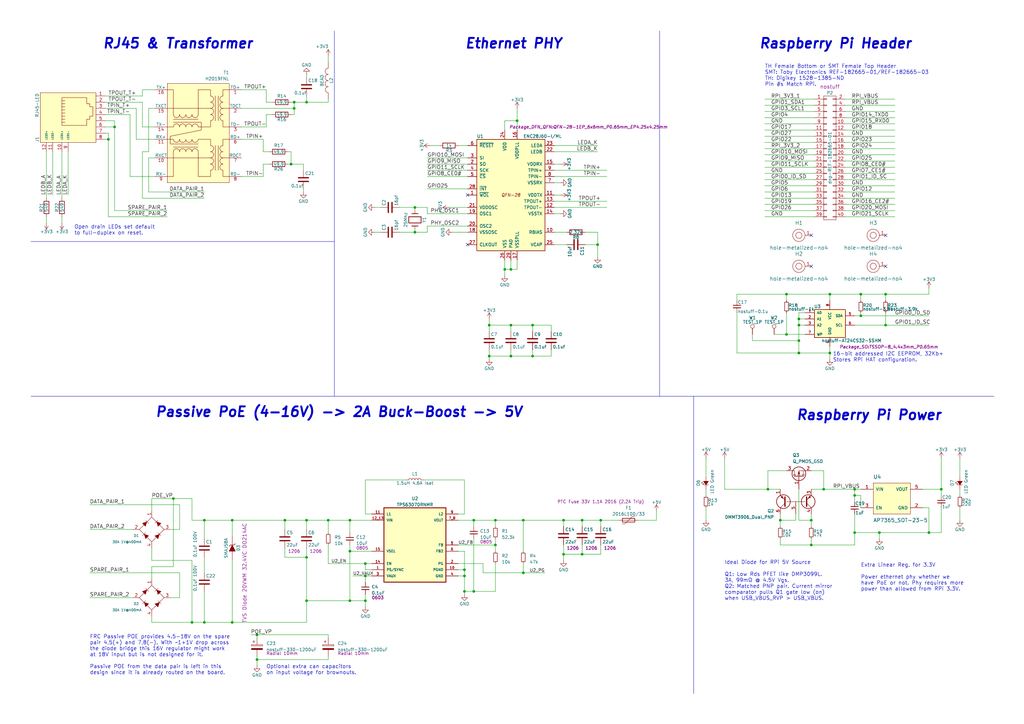
<source format=kicad_sch>
(kicad_sch (version 20230121) (generator eeschema)
  (paper "A3")
  (title_block (title "Raspberry Pi - Power Over Ethernet & PHY") (date "2016-02-02") (rev "0.1d") (company "OpenFet") (comment 1 "Author: Julien Marcus") (comment 2 "License: CERN OHL V1.2"))
  (junction (at 332.74 223.52))
  (junction (at 231.14 227.33))
  (junction (at 125.73 228.6))
  (junction (at 209.55 133.35))
  (junction (at 203.2 223.52))
  (junction (at 231.14 213.36))
  (junction (at 120.65 41.91))
  (junction (at 149.86 231.14))
  (junction (at 119.38 67.31))
  (junction (at 190.5 242.57))
  (junction (at 125.73 41.91))
  (junction (at 386.08 200.66))
  (junction (at 327.66 144.78))
  (junction (at 194.31 242.57))
  (junction (at 149.86 246.38))
  (junction (at 218.44 146.05))
  (junction (at 322.58 137.16))
  (junction (at 363.22 133.35))
  (junction (at 83.82 213.36))
  (junction (at 360.68 218.44))
  (junction (at 209.55 110.49))
  (junction (at 350.52 218.44))
  (junction (at 214.63 234.95))
  (junction (at 214.63 213.36))
  (junction (at 353.06 120.65))
  (junction (at 322.58 120.65))
  (junction (at 71.12 204.47))
  (junction (at 209.55 146.05))
  (junction (at 190.5 233.68))
  (junction (at 212.09 49.53))
  (junction (at 200.66 133.35))
  (junction (at 83.82 255.27))
  (junction (at 170.18 95.25))
  (junction (at 95.25 255.27))
  (junction (at 143.51 246.38))
  (junction (at 46.99 52.07))
  (junction (at 190.5 236.22))
  (junction (at 353.06 129.54))
  (junction (at 320.04 213.36))
  (junction (at 327.66 130.81))
  (junction (at 246.38 213.36))
  (junction (at 194.31 213.36))
  (junction (at 200.66 146.05))
  (junction (at 218.44 133.35))
  (junction (at 134.62 213.36))
  (junction (at 95.25 213.36))
  (junction (at 245.11 100.33))
  (junction (at 120.65 44.45))
  (junction (at 78.74 255.27))
  (junction (at 363.22 120.65))
  (junction (at 105.41 260.35))
  (junction (at 327.66 133.35))
  (junction (at 105.41 270.51))
  (junction (at 350.52 203.2))
  (junction (at 203.2 213.36))
  (junction (at 125.73 246.38))
  (junction (at 143.51 213.36))
  (junction (at 340.36 120.65))
  (junction (at 337.82 200.66))
  (junction (at 340.36 144.78))
  (junction (at 238.76 227.33))
  (junction (at 350.52 200.66))
  (junction (at 238.76 213.36))
  (junction (at 327.66 139.7))
  (junction (at 125.73 213.36))
  (junction (at 314.96 200.66))
  (junction (at 116.84 213.36))
  (junction (at 332.74 213.36))
  (junction (at 143.51 226.06))
  (junction (at 381 218.44))
  (junction (at 170.18 85.09))
  (junction (at 149.86 236.22))
  (junction (at 207.01 110.49))
  (junction (at 44.45 57.15))
  (no_connect (at 332.74 96.52))
  (no_connect (at 363.22 109.22))
  (no_connect (at 191.77 100.33))
  (no_connect (at 191.77 80.01))
  (no_connect (at 332.74 109.22))
  (no_connect (at 363.22 96.52))
  (wire (pts (xy 218.44 133.35) (xy 218.44 135.89)))
  (wire (pts (xy 134.62 213.36) (xy 143.51 213.36)))
  (wire (pts (xy 170.18 95.25) (xy 175.26 95.25)))
  (wire (pts (xy 63.5 36.83) (xy 58.42 36.83)))
  (wire (pts (xy 314.96 193.04) (xy 314.96 200.66)))
  (wire (pts (xy 170.18 93.98) (xy 170.18 95.25)))
  (wire (pts (xy 340.36 123.19) (xy 340.36 120.65)))
  (wire (pts (xy 95.25 213.36) (xy 116.84 213.36)))
  (wire (pts (xy 209.55 146.05) (xy 218.44 146.05)))
  (wire (pts (xy 203.2 223.52) (xy 203.2 226.06)))
  (wire (pts (xy 190.5 236.22) (xy 187.96 236.22)))
  (wire (pts (xy 238.76 227.33) (xy 246.38 227.33)))
  (wire (pts (xy 289.56 187.96) (xy 289.56 195.58)))
  (wire (pts (xy 209.55 110.49) (xy 212.09 110.49)))
  (wire (pts (xy 21.59 62.23) (xy 21.59 80.01)))
  (wire (pts (xy 330.2 128.27) (xy 327.66 128.27)))
  (wire (pts (xy 203.2 213.36) (xy 203.2 215.9)))
  (wire (pts (xy 322.58 137.16) (xy 330.2 137.16)))
  (wire (pts (xy 346.71 58.42) (xy 367.03 58.42)))
  (wire (pts (xy 143.51 226.06) (xy 152.4 226.06)))
  (wire (pts (xy 346.71 48.26) (xy 367.03 48.26)))
  (wire (pts (xy 330.2 130.81) (xy 327.66 130.81)))
  (wire (pts (xy 62.23 229.87) (xy 78.74 229.87)))
  (wire (pts (xy 212.09 49.53) (xy 212.09 53.34)))
  (wire (pts (xy 58.42 81.28) (xy 58.42 62.23)))
  (wire (pts (xy 105.41 270.51) (xy 134.62 270.51)))
  (wire (pts (xy 44.45 54.61) (xy 43.18 54.61)))
  (wire (pts (xy 227.33 69.85) (xy 248.92 69.85)))
  (wire (pts (xy 198.12 231.14) (xy 198.12 234.95)))
  (wire (pts (xy 175.26 87.63) (xy 175.26 85.09)))
  (wire (pts (xy 313.69 55.88) (xy 334.01 55.88)))
  (wire (pts (xy 212.09 110.49) (xy 212.09 106.68)))
  (wire (pts (xy 313.69 50.8) (xy 334.01 50.8)))
  (wire (pts (xy 313.69 53.34) (xy 334.01 53.34)))
  (wire (pts (xy 62.23 204.47) (xy 62.23 209.55)))
  (wire (pts (xy 289.56 213.36) (xy 289.56 208.28)))
  (wire (pts (xy 124.46 77.47) (xy 124.46 78.74)))
  (wire (pts (xy 363.22 133.35) (xy 381 133.35)))
  (wire (pts (xy 46.99 52.07) (xy 46.99 86.36)))
  (wire (pts (xy 322.58 137.16) (xy 322.58 128.27)))
  (wire (pts (xy 163.83 95.25) (xy 170.18 95.25)))
  (wire (pts (xy 327.66 144.78) (xy 340.36 144.78)))
  (wire (pts (xy 116.84 228.6) (xy 125.73 228.6)))
  (wire (pts (xy 231.14 213.36) (xy 231.14 215.9)))
  (wire (pts (xy 190.5 226.06) (xy 187.96 226.06)))
  (wire (pts (xy 194.31 213.36) (xy 194.31 215.9)))
  (wire (pts (xy 134.62 223.52) (xy 134.62 231.14)))
  (wire (pts (xy 313.69 83.82) (xy 334.01 83.82)))
  (wire (pts (xy 350.52 200.66) (xy 353.06 200.66)))
  (wire (pts (xy 231.14 227.33) (xy 238.76 227.33)))
  (wire (pts (xy 107.95 67.31) (xy 110.49 67.31)))
  (wire (pts (xy 227.33 67.31) (xy 229.87 67.31)))
  (wire (pts (xy 308.61 139.7) (xy 327.66 139.7)))
  (wire (pts (xy 187.96 213.36) (xy 194.31 213.36)))
  (wire (pts (xy 125.73 246.38) (xy 125.73 255.27)))
  (wire (pts (xy 99.06 57.15) (xy 107.95 57.15)))
  (wire (pts (xy 152.4 210.82) (xy 149.86 210.82)))
  (wire (pts (xy 191.77 64.77) (xy 175.26 64.77)))
  (wire (pts (xy 218.44 146.05) (xy 226.06 146.05)))
  (wire (pts (xy 320.04 213.36) (xy 326.39 213.36)))
  (wire (pts (xy 54.61 217.17) (xy 36.83 217.17)))
  (wire (pts (xy 227.33 74.93) (xy 229.87 74.93)))
  (wire (pts (xy 203.2 213.36) (xy 214.63 213.36)))
  (wire (pts (xy 313.69 81.28) (xy 334.01 81.28)))
  (wire (pts (xy 313.69 48.26) (xy 334.01 48.26)))
  (wire (pts (xy 175.26 92.71) (xy 191.77 92.71)))
  (wire (pts (xy 194.31 242.57) (xy 203.2 242.57)))
  (wire (pts (xy 125.73 228.6) (xy 125.73 246.38)))
  (wire (pts (xy 144.78 236.22) (xy 149.86 236.22)))
  (wire (pts (xy 200.66 130.81) (xy 200.66 133.35)))
  (wire (pts (xy 27.94 62.23) (xy 27.94 80.01)))
  (wire (pts (xy 227.33 95.25) (xy 232.41 95.25)))
  (wire (pts (xy 214.63 213.36) (xy 231.14 213.36)))
  (wire (pts (xy 313.69 63.5) (xy 334.01 63.5)))
  (wire (pts (xy 238.76 223.52) (xy 238.76 227.33)))
  (wire (pts (xy 320.04 220.98) (xy 320.04 223.52)))
  (wire (pts (xy 378.46 208.28) (xy 381 208.28)))
  (wire (pts (xy 83.82 242.57) (xy 83.82 255.27)))
  (wire (pts (xy 227.33 85.09) (xy 248.92 85.09)))
  (wire (pts (xy 346.71 50.8) (xy 367.03 50.8)))
  (wire (pts (xy 334.01 40.64) (xy 313.69 40.64)))
  (wire (pts (xy 308.61 137.16) (xy 308.61 139.7)))
  (wire (pts (xy 393.7 213.36) (xy 393.7 208.28)))
  (wire (pts (xy 149.86 231.14) (xy 152.4 231.14)))
  (wire (pts (xy 214.63 234.95) (xy 223.52 234.95)))
  (wire (pts (xy 185.42 95.25) (xy 191.77 95.25)))
  (wire (pts (xy 109.22 46.99) (xy 111.76 46.99)))
  (wire (pts (xy 209.55 133.35) (xy 209.55 135.89)))
  (wire (pts (xy 191.77 69.85) (xy 175.26 69.85)))
  (wire (pts (xy 175.26 95.25) (xy 175.26 92.71)))
  (wire (pts (xy 78.74 204.47) (xy 78.74 213.36)))
  (wire (pts (xy 363.22 120.65) (xy 381 120.65)))
  (wire (pts (xy 346.71 43.18) (xy 367.03 43.18)))
  (wire (pts (xy 99.06 44.45) (xy 120.65 44.45)))
  (wire (pts (xy 269.24 209.55) (xy 269.24 213.36)))
  (wire (pts (xy 346.71 55.88) (xy 367.03 55.88)))
  (wire (pts (xy 58.42 81.28) (xy 83.82 81.28)))
  (polyline (pts (xy 137.16 12.7) (xy 137.16 162.56)))
  (wire (pts (xy 190.5 243.84) (xy 190.5 242.57)))
  (wire (pts (xy 353.06 203.2) (xy 350.52 203.2)))
  (wire (pts (xy 322.58 123.19) (xy 322.58 120.65)))
  (wire (pts (xy 152.4 233.68) (xy 149.86 233.68)))
  (wire (pts (xy 55.88 57.15) (xy 63.5 57.15)))
  (wire (pts (xy 25.4 91.44) (xy 25.4 88.9)))
  (wire (pts (xy 227.33 59.69) (xy 245.11 59.69)))
  (wire (pts (xy 175.26 85.09) (xy 170.18 85.09)))
  (wire (pts (xy 44.45 88.9) (xy 68.58 88.9)))
  (wire (pts (xy 149.86 196.85) (xy 166.37 196.85)))
  (wire (pts (xy 99.06 52.07) (xy 109.22 52.07)))
  (wire (pts (xy 393.7 187.96) (xy 393.7 195.58)))
  (wire (pts (xy 326.39 213.36) (xy 326.39 210.82)))
  (wire (pts (xy 218.44 146.05) (xy 218.44 143.51)))
  (wire (pts (xy 46.99 49.53) (xy 43.18 49.53)))
  (wire (pts (xy 19.05 81.28) (xy 19.05 62.23)))
  (wire (pts (xy 78.74 229.87) (xy 78.74 255.27)))
  (wire (pts (xy 120.65 41.91) (xy 120.65 44.45)))
  (wire (pts (xy 207.01 49.53) (xy 212.09 49.53)))
  (wire (pts (xy 240.03 100.33) (xy 245.11 100.33)))
  (wire (pts (xy 58.42 36.83) (xy 58.42 39.37)))
  (wire (pts (xy 55.88 44.45) (xy 55.88 57.15)))
  (wire (pts (xy 119.38 41.91) (xy 120.65 41.91)))
  (wire (pts (xy 327.66 133.35) (xy 330.2 133.35)))
  (wire (pts (xy 360.68 218.44) (xy 381 218.44)))
  (wire (pts (xy 346.71 78.74) (xy 367.03 78.74)))
  (wire (pts (xy 346.71 45.72) (xy 367.03 45.72)))
  (wire (pts (xy 53.34 46.99) (xy 53.34 72.39)))
  (wire (pts (xy 62.23 204.47) (xy 71.12 204.47)))
  (wire (pts (xy 346.71 81.28) (xy 367.03 81.28)))
  (wire (pts (xy 332.74 200.66) (xy 337.82 200.66)))
  (wire (pts (xy 209.55 106.68) (xy 209.55 110.49)))
  (wire (pts (xy 95.25 255.27) (xy 125.73 255.27)))
  (wire (pts (xy 83.82 220.98) (xy 83.82 213.36)))
  (wire (pts (xy 102.87 260.35) (xy 105.41 260.35)))
  (wire (pts (xy 340.36 144.78) (xy 340.36 147.32)))
  (wire (pts (xy 346.71 40.64) (xy 367.03 40.64)))
  (wire (pts (xy 149.86 236.22) (xy 149.86 238.76)))
  (wire (pts (xy 346.71 68.58) (xy 367.03 68.58)))
  (wire (pts (xy 212.09 44.45) (xy 212.09 49.53)))
  (wire (pts (xy 125.73 41.91) (xy 125.73 39.37)))
  (wire (pts (xy 313.69 68.58) (xy 334.01 68.58)))
  (wire (pts (xy 245.11 95.25) (xy 245.11 100.33)))
  (wire (pts (xy 190.5 242.57) (xy 190.5 236.22)))
  (wire (pts (xy 246.38 223.52) (xy 246.38 227.33)))
  (wire (pts (xy 143.51 246.38) (xy 143.51 226.06)))
  (wire (pts (xy 58.42 62.23) (xy 60.96 62.23)))
  (wire (pts (xy 149.86 243.84) (xy 149.86 246.38)))
  (wire (pts (xy 60.96 62.23) (xy 60.96 44.45)))
  (wire (pts (xy 227.33 62.23) (xy 245.11 62.23)))
  (wire (pts (xy 191.77 67.31) (xy 175.26 67.31)))
  (wire (pts (xy 386.08 200.66) (xy 386.08 203.2)))
  (wire (pts (xy 246.38 215.9) (xy 246.38 213.36)))
  (wire (pts (xy 109.22 36.83) (xy 109.22 41.91)))
  (wire (pts (xy 73.66 245.11) (xy 73.66 234.95)))
  (wire (pts (xy 314.96 200.66) (xy 320.04 200.66)))
  (wire (pts (xy 337.82 193.04) (xy 337.82 200.66)))
  (wire (pts (xy 353.06 129.54) (xy 381 129.54)))
  (wire (pts (xy 43.18 41.91) (xy 58.42 41.91)))
  (wire (pts (xy 99.06 36.83) (xy 109.22 36.83)))
  (wire (pts (xy 120.65 44.45) (xy 120.65 46.99)))
  (wire (pts (xy 350.52 223.52) (xy 350.52 218.44)))
  (wire (pts (xy 353.06 123.19) (xy 353.06 120.65)))
  (wire (pts (xy 313.69 60.96) (xy 334.01 60.96)))
  (wire (pts (xy 134.62 41.91) (xy 134.62 40.64)))
  (wire (pts (xy 346.71 66.04) (xy 367.03 66.04)))
  (wire (pts (xy 95.25 229.87) (xy 95.25 255.27)))
  (wire (pts (xy 302.26 120.65) (xy 322.58 120.65)))
  (wire (pts (xy 187.96 231.14) (xy 198.12 231.14)))
  (wire (pts (xy 124.46 67.31) (xy 124.46 69.85)))
  (wire (pts (xy 207.01 110.49) (xy 207.01 113.03)))
  (wire (pts (xy 118.11 67.31) (xy 119.38 67.31)))
  (wire (pts (xy 207.01 49.53) (xy 207.01 53.34)))
  (wire (pts (xy 60.96 78.74) (xy 83.82 78.74)))
  (wire (pts (xy 332.74 223.52) (xy 350.52 223.52)))
  (wire (pts (xy 322.58 193.04) (xy 314.96 193.04)))
  (wire (pts (xy 43.18 52.07) (xy 46.99 52.07)))
  (wire (pts (xy 143.51 213.36) (xy 143.51 218.44)))
  (wire (pts (xy 149.86 246.38) (xy 149.86 248.92)))
  (wire (pts (xy 350.52 203.2) (xy 350.52 205.74)))
  (wire (pts (xy 99.06 72.39) (xy 107.95 72.39)))
  (wire (pts (xy 125.73 41.91) (xy 134.62 41.91)))
  (wire (pts (xy 44.45 57.15) (xy 44.45 88.9)))
  (wire (pts (xy 226.06 146.05) (xy 226.06 143.51)))
  (wire (pts (xy 71.12 204.47) (xy 78.74 204.47)))
  (wire (pts (xy 53.34 72.39) (xy 63.5 72.39)))
  (wire (pts (xy 350.52 129.54) (xy 353.06 129.54)))
  (wire (pts (xy 69.85 245.11) (xy 73.66 245.11)))
  (wire (pts (xy 297.18 200.66) (xy 314.96 200.66)))
  (wire (pts (xy 327.66 128.27) (xy 327.66 130.81)))
  (wire (pts (xy 350.52 218.44) (xy 360.68 218.44)))
  (wire (pts (xy 313.69 73.66) (xy 334.01 73.66)))
  (wire (pts (xy 381 120.65) (xy 381 118.11)))
  (wire (pts (xy 116.84 213.36) (xy 125.73 213.36)))
  (wire (pts (xy 227.33 72.39) (xy 248.92 72.39)))
  (wire (pts (xy 313.69 71.12) (xy 334.01 71.12)))
  (wire (pts (xy 71.12 232.41) (xy 71.12 204.47)))
  (wire (pts (xy 125.73 213.36) (xy 134.62 213.36)))
  (wire (pts (xy 58.42 52.07) (xy 63.5 52.07)))
  (wire (pts (xy 187.96 223.52) (xy 203.2 223.52)))
  (wire (pts (xy 327.66 200.66) (xy 327.66 213.36)))
  (wire (pts (xy 227.33 87.63) (xy 229.87 87.63)))
  (wire (pts (xy 386.08 187.96) (xy 386.08 200.66)))
  (wire (pts (xy 190.5 196.85) (xy 190.5 210.82)))
  (wire (pts (xy 350.52 218.44) (xy 350.52 210.82)))
  (wire (pts (xy 327.66 130.81) (xy 327.66 133.35)))
  (wire (pts (xy 350.52 200.66) (xy 350.52 203.2)))
  (wire (pts (xy 337.82 200.66) (xy 350.52 200.66)))
  (wire (pts (xy 200.66 146.05) (xy 200.66 147.32)))
  (wire (pts (xy 346.71 53.34) (xy 367.03 53.34)))
  (wire (pts (xy 320.04 223.52) (xy 332.74 223.52)))
  (wire (pts (xy 332.74 193.04) (xy 337.82 193.04)))
  (wire (pts (xy 43.18 39.37) (xy 58.42 39.37)))
  (wire (pts (xy 346.71 60.96) (xy 367.03 60.96)))
  (polyline (pts (xy 12.7 99.06) (xy 137.16 99.06)))
  (wire (pts (xy 227.33 100.33) (xy 232.41 100.33)))
  (wire (pts (xy 313.69 45.72) (xy 334.01 45.72)))
  (wire (pts (xy 386.08 218.44) (xy 386.08 208.28)))
  (wire (pts (xy 381 218.44) (xy 386.08 218.44)))
  (wire (pts (xy 83.82 213.36) (xy 95.25 213.36)))
  (wire (pts (xy 231.14 223.52) (xy 231.14 227.33)))
  (wire (pts (xy 149.86 233.68) (xy 149.86 231.14)))
  (wire (pts (xy 83.82 228.6) (xy 83.82 234.95)))
  (wire (pts (xy 346.71 63.5) (xy 367.03 63.5)))
  (wire (pts (xy 313.69 88.9) (xy 334.01 88.9)))
  (wire (pts (xy 238.76 213.36) (xy 238.76 215.9)))
  (wire (pts (xy 73.66 217.17) (xy 73.66 207.01)))
  (wire (pts (xy 200.66 143.51) (xy 200.66 146.05)))
  (wire (pts (xy 60.96 64.77) (xy 60.96 78.74)))
  (wire (pts (xy 363.22 133.35) (xy 363.22 128.27)))
  (wire (pts (xy 46.99 86.36) (xy 68.58 86.36)))
  (wire (pts (xy 134.62 270.51) (xy 134.62 269.24)))
  (wire (pts (xy 240.03 95.25) (xy 245.11 95.25)))
  (wire (pts (xy 218.44 133.35) (xy 226.06 133.35)))
  (wire (pts (xy 350.52 133.35) (xy 363.22 133.35)))
  (wire (pts (xy 134.62 213.36) (xy 134.62 218.44)))
  (wire (pts (xy 313.69 66.04) (xy 334.01 66.04)))
  (wire (pts (xy 134.62 260.35) (xy 134.62 261.62)))
  (wire (pts (xy 54.61 245.11) (xy 36.83 245.11)))
  (wire (pts (xy 62.23 232.41) (xy 71.12 232.41)))
  (wire (pts (xy 170.18 85.09) (xy 163.83 85.09)))
  (wire (pts (xy 125.73 224.79) (xy 125.73 228.6)))
  (wire (pts (xy 227.33 80.01) (xy 229.87 80.01)))
  (wire (pts (xy 95.25 219.71) (xy 95.25 213.36)))
  (wire (pts (xy 245.11 100.33) (xy 245.11 105.41)))
  (wire (pts (xy 346.71 88.9) (xy 367.03 88.9)))
  (wire (pts (xy 83.82 255.27) (xy 95.25 255.27)))
  (wire (pts (xy 302.26 144.78) (xy 327.66 144.78)))
  (wire (pts (xy 105.41 270.51) (xy 105.41 273.05)))
  (wire (pts (xy 231.14 227.33) (xy 231.14 229.87)))
  (wire (pts (xy 69.85 217.17) (xy 73.66 217.17)))
  (wire (pts (xy 302.26 120.65) (xy 302.26 123.19)))
  (wire (pts (xy 313.69 86.36) (xy 334.01 86.36)))
  (wire (pts (xy 297.18 200.66) (xy 297.18 187.96)))
  (wire (pts (xy 194.31 213.36) (xy 203.2 213.36)))
  (wire (pts (xy 327.66 133.35) (xy 327.66 139.7)))
  (wire (pts (xy 360.68 218.44) (xy 360.68 220.98)))
  (wire (pts (xy 105.41 260.35) (xy 105.41 261.62)))
  (wire (pts (xy 353.06 120.65) (xy 363.22 120.65)))
  (wire (pts (xy 43.18 44.45) (xy 55.88 44.45)))
  (wire (pts (xy 62.23 255.27) (xy 78.74 255.27)))
  (wire (pts (xy 190.5 210.82) (xy 187.96 210.82)))
  (wire (pts (xy 78.74 213.36) (xy 83.82 213.36)))
  (wire (pts (xy 289.56 203.2) (xy 289.56 200.66)))
  (wire (pts (xy 332.74 210.82) (xy 332.74 213.36)))
  (wire (pts (xy 43.18 46.99) (xy 53.34 46.99)))
  (wire (pts (xy 180.34 59.69) (xy 176.53 59.69)))
  (wire (pts (xy 332.74 220.98) (xy 332.74 223.52)))
  (wire (pts (xy 134.62 22.86) (xy 134.62 25.4)))
  (wire (pts (xy 313.69 78.74) (xy 334.01 78.74)))
  (wire (pts (xy 320.04 213.36) (xy 320.04 215.9)))
  (wire (pts (xy 346.71 71.12) (xy 367.03 71.12)))
  (wire (pts (xy 261.62 213.36) (xy 269.24 213.36)))
  (wire (pts (xy 203.2 242.57) (xy 203.2 231.14)))
  (wire (pts (xy 381 208.28) (xy 381 218.44)))
  (wire (pts (xy 125.73 31.75) (xy 125.73 30.48)))
  (wire (pts (xy 125.73 213.36) (xy 125.73 217.17)))
  (wire (pts (xy 73.66 207.01) (xy 36.83 207.01)))
  (wire (pts (xy 190.5 236.22) (xy 190.5 233.68)))
  (wire (pts (xy 43.18 57.15) (xy 44.45 57.15)))
  (wire (pts (xy 46.99 49.53) (xy 46.99 52.07)))
  (wire (pts (xy 320.04 210.82) (xy 320.04 213.36)))
  (wire (pts (xy 346.71 73.66) (xy 367.03 73.66)))
  (wire (pts (xy 346.71 83.82) (xy 367.03 83.82)))
  (wire (pts (xy 334.01 43.18) (xy 313.69 43.18)))
  (wire (pts (xy 118.11 62.23) (xy 119.38 62.23)))
  (wire (pts (xy 363.22 120.65) (xy 363.22 123.19)))
  (wire (pts (xy 73.66 234.95) (xy 36.83 234.95)))
  (wire (pts (xy 116.84 224.79) (xy 116.84 228.6)))
  (wire (pts (xy 209.55 146.05) (xy 209.55 143.51)))
  (wire (pts (xy 19.05 91.44) (xy 19.05 88.9)))
  (wire (pts (xy 78.74 255.27) (xy 83.82 255.27)))
  (wire (pts (xy 60.96 44.45) (xy 63.5 44.45)))
  (wire (pts (xy 187.96 59.69) (xy 191.77 59.69)))
  (wire (pts (xy 62.23 224.79) (xy 62.23 229.87)))
  (wire (pts (xy 327.66 213.36) (xy 332.74 213.36)))
  (wire (pts (xy 346.71 86.36) (xy 367.03 86.36)))
  (wire (pts (xy 340.36 120.65) (xy 353.06 120.65)))
  (wire (pts (xy 120.65 41.91) (xy 125.73 41.91)))
  (wire (pts (xy 184.15 85.09) (xy 191.77 85.09)))
  (wire (pts (xy 200.66 146.05) (xy 209.55 146.05)))
  (wire (pts (xy 109.22 52.07) (xy 109.22 46.99)))
  (wire (pts (xy 313.69 58.42) (xy 334.01 58.42)))
  (wire (pts (xy 190.5 233.68) (xy 187.96 233.68)))
  (wire (pts (xy 191.77 87.63) (xy 175.26 87.63)))
  (wire (pts (xy 191.77 77.47) (xy 175.26 77.47)))
  (wire (pts (xy 378.46 200.66) (xy 386.08 200.66)))
  (wire (pts (xy 143.51 223.52) (xy 143.51 226.06)))
  (wire (pts (xy 105.41 260.35) (xy 134.62 260.35)))
  (wire (pts (xy 120.65 46.99) (xy 119.38 46.99)))
  (wire (pts (xy 214.63 234.95) (xy 214.63 231.14)))
  (wire (pts (xy 214.63 213.36) (xy 214.63 226.06)))
  (wire (pts (xy 191.77 72.39) (xy 175.26 72.39)))
  (wire (pts (xy 317.5 137.16) (xy 322.58 137.16)))
  (wire (pts (xy 302.26 128.27) (xy 302.26 144.78)))
  (wire (pts (xy 353.06 129.54) (xy 353.06 128.27)))
  (wire (pts (xy 238.76 213.36) (xy 246.38 213.36)))
  (wire (pts (xy 200.66 133.35) (xy 209.55 133.35)))
  (wire (pts (xy 153.67 85.09) (xy 156.21 85.09)))
  (polyline (pts (xy 270.51 162.56) (xy 270.51 12.7)))
  (wire (pts (xy 190.5 233.68) (xy 190.5 226.06)))
  (wire (pts (xy 194.31 220.98) (xy 194.31 242.57)))
  (wire (pts (xy 143.51 246.38) (xy 125.73 246.38)))
  (wire (pts (xy 393.7 203.2) (xy 393.7 200.66)))
  (wire (pts (xy 327.66 139.7) (xy 327.66 144.78)))
  (polyline (pts (xy 407.67 162.56) (xy 12.7 162.56)))
  (wire (pts (xy 332.74 213.36) (xy 332.74 215.9)))
  (wire (pts (xy 353.06 208.28) (xy 353.06 203.2)))
  (wire (pts (xy 200.66 133.35) (xy 200.66 135.89)))
  (polyline (pts (xy 284.48 284.48) (xy 284.48 162.56)))
  (wire (pts (xy 58.42 41.91) (xy 58.42 52.07)))
  (wire (pts (xy 313.69 76.2) (xy 334.01 76.2)))
  (wire (pts (xy 119.38 62.23) (xy 119.38 67.31)))
  (wire (pts (xy 190.5 242.57) (xy 194.31 242.57)))
  (wire (pts (xy 119.38 67.31) (xy 124.46 67.31)))
  (wire (pts (xy 346.71 76.2) (xy 367.03 76.2)))
  (wire (pts (xy 134.62 231.14) (xy 149.86 231.14)))
  (wire (pts (xy 63.5 64.77) (xy 60.96 64.77)))
  (wire (pts (xy 105.41 269.24) (xy 105.41 270.51)))
  (wire (pts (xy 231.14 213.36) (xy 238.76 213.36)))
  (wire (pts (xy 109.22 41.91) (xy 111.76 41.91)))
  (wire (pts (xy 203.2 220.98) (xy 203.2 223.52)))
  (wire (pts (xy 62.23 237.49) (xy 62.23 232.41)))
  (wire (pts (xy 207.01 110.49) (xy 209.55 110.49)))
  (wire (pts (xy 25.4 62.23) (xy 25.4 81.28)))
  (wire (pts (xy 153.67 95.25) (xy 156.21 95.25)))
  (wire (pts (xy 198.12 234.95) (xy 214.63 234.95)))
  (wire (pts (xy 149.86 246.38) (xy 143.51 246.38)))
  (wire (pts (xy 152.4 236.22) (xy 149.86 236.22)))
  (wire (pts (xy 340.36 142.24) (xy 340.36 144.78)))
  (wire (pts (xy 227.33 82.55) (xy 248.92 82.55)))
  (wire (pts (xy 44.45 54.61) (xy 44.45 57.15)))
  (wire (pts (xy 226.06 133.35) (xy 226.06 135.89)))
  (wire (pts (xy 149.86 210.82) (xy 149.86 196.85)))
  (wire (pts (xy 173.99 196.85) (xy 190.5 196.85)))
  (wire (pts (xy 209.55 133.35) (xy 218.44 133.35)))
  (wire (pts (xy 207.01 106.68) (xy 207.01 110.49)))
  (wire (pts (xy 322.58 120.65) (xy 340.36 120.65)))
  (wire (pts (xy 110.49 62.23) (xy 107.95 62.23)))
  (wire (pts (xy 107.95 62.23) (xy 107.95 57.15)))
  (wire (pts (xy 116.84 213.36) (xy 116.84 217.17)))
  (wire (pts (xy 246.38 213.36) (xy 254 213.36)))
  (wire (pts (xy 170.18 85.09) (xy 170.18 86.36)))
  (wire (pts (xy 62.23 252.73) (xy 62.23 255.27)))
  (wire (pts (xy 143.51 213.36) (xy 152.4 213.36)))
  (wire (pts (xy 107.95 72.39) (xy 107.95 67.31)))
  (text "TH Female Bottom or SMT Female Top Header\nSMT: Toby Electronics REF-182665-01/REF-182665-03\nTH: Digikey 1528-1385-ND\nPin #s Match RPi." (at 313.69 35.56 0) (effects (font (size 1.524 1.524)) (justify left bottom)))
  (text "Raspberry Pi Header" (at 311.15 20.32 0) (effects (font (size 3.9878 3.9878) (thickness 0.7976) bold italic) (justify left bottom)))
  (text "16-bit addressed I2C EEPROM, 32Kb+\nStores RPi HAT configuration." (at 341.63 148.59 0) (effects (font (size 1.524 1.524)) (justify left bottom)))
  (text "Passive PoE (4-16V) -> 2A Buck-Boost -> 5V" (at 63.5 171.45 0) (effects (font (size 3.9878 3.9878) (thickness 0.7976) bold italic) (justify left bottom)))
  (text "Raspberry Pi Power" (at 326.39 172.72 0) (effects (font (size 3.9878 3.9878) (thickness 0.7976) bold italic) (justify left bottom)))
  (text "Ideal Diode for RPi 5V Source\n\nQ1: Low Rds PFET like DMP3099L.\n3A, 99mΩ @ 4.5V Vgs.\nQ2: Matched PNP pair. Current mirror\ncomparator pulls Q1 gate low (on)\nwhen USB_VBUS_RVP > USB_VBUS." (at 297.18 246.38 0) (effects (font (size 1.524 1.524)) (justify left bottom)))
  (text "Extra Linear Reg. for 3.3V\n\nPower ethernet phy whether we\nhave PoE or not. Phy requires more\npower than allowed from RPi 3.3V." (at 353.06 242.57 0) (effects (font (size 1.524 1.524)) (justify left bottom)))
  (text "Open drain LEDs set default\nto full-duplex on reset." (at 30.48 96.52 0) (effects (font (size 1.524 1.524)) (justify left bottom)))
  (text "FRC Passive POE provides 4.5-18V on the spare\npair 4,5(+) and 7,8(-). With ~1+1V drop across\nthe diode bridge this 16V regulator might work\nat 18V input but is not designed for it.\n\nPassive POE from the data pair is left in this\ndesign since it is already routed on the board." (at 36.83 276.86 0) (effects (font (size 1.524 1.524)) (justify left bottom)))
  (text "RJ45 & Transformer" (at 41.91 20.32 0) (effects (font (size 3.9878 3.9878) (thickness 0.7976) bold italic) (justify left bottom)))
  (text "Optional extra can capacitors\non input voltage for brownouts." (at 109.22 276.86 0) (effects (font (size 1.524 1.524)) (justify left bottom)))
  (text "Ethernet PHY" (at 190.5 20.32 0) (effects (font (size 3.9878 3.9878) (thickness 0.7976) bold italic) (justify left bottom)))
  (label "GPIO22" (at 316.23 58.42 0) (effects (font (size 1.524 1.524))))
  (label "GPIO24" (at 349.25 60.96 0) (effects (font (size 1.524 1.524))))
  (label "SPARE_PAIR_2" (at 36.83 245.11 0) (effects (font (size 1.524 1.524))))
  (label "SPARE_PAIR_1" (at 68.58 86.36 180) (effects (font (size 1.524 1.524))))
  (label "GPIO11_SCLK" (at 175.26 69.85 0) (effects (font (size 1.524 1.524))))
  (label "DATA_PAIR_1" (at 83.82 78.74 180) (effects (font (size 1.524 1.524))))
  (label "GPIO0_ID_SD" (at 367.03 129.54 0) (effects (font (size 1.524 1.524))))
  (label "TPIN+" (at 246.38 69.85 180) (effects (font (size 1.524 1.524))))
  (label "TPIN_T+" (at 53.34 44.45 180) (effects (font (size 1.524 1.524))))
  (label "GPIO6" (at 316.23 78.74 0) (effects (font (size 1.524 1.524))))
  (label "GND" (at 349.25 45.72 0) (effects (font (size 1.524 1.524))))
  (label "TPOUT-" (at 109.22 52.07 180) (effects (font (size 1.524 1.524))))
  (label "GPIO14_TXD0" (at 349.25 48.26 0) (effects (font (size 1.524 1.524))))
  (label "GPIO21_SCLK" (at 349.25 88.9 0) (effects (font (size 1.524 1.524))))
  (label "LEDA_K" (at 27.94 80.01 90) (effects (font (size 1.524 1.524))))
  (label "GPIO11_SCLK" (at 316.23 68.58 0) (effects (font (size 1.524 1.524))))
  (label "POE_VP" (at 102.87 260.35 0) (effects (font (size 1.524 1.524))))
  (label "GPIO1_ID_SC" (at 367.03 133.35 0) (effects (font (size 1.524 1.524))))
  (label "U2_EN" (at 135.89 231.14 0))
  (label "RPI_3V3_1" (at 316.23 40.64 0) (effects (font (size 1.524 1.524))))
  (label "TPOUT+" (at 109.22 36.83 180) (effects (font (size 1.524 1.524))))
  (label "RPI_VBUS" (at 349.25 40.64 0) (effects (font (size 1.524 1.524))))
  (label "RPI_VBUS" (at 349.25 43.18 0) (effects (font (size 1.524 1.524))))
  (label "PHY_OSC1" (at 176.53 87.63 0) (effects (font (size 1.524 1.524))))
  (label "GPIO5" (at 316.23 76.2 0) (effects (font (size 1.524 1.524))))
  (label "TPIN+" (at 107.95 57.15 180) (effects (font (size 1.524 1.524))))
  (label "GPIO25" (at 175.26 77.47 0) (effects (font (size 1.524 1.524))))
  (label "GPIO15_RXD0" (at 349.25 50.8 0) (effects (font (size 1.524 1.524))))
  (label "TPIN_T-" (at 53.34 46.99 180) (effects (font (size 1.524 1.524))))
  (label "TPOUT_T-" (at 55.88 41.91 180) (effects (font (size 1.524 1.524))))
  (label "LEDA_K" (at 245.11 59.69 180) (effects (font (size 1.524 1.524))))
  (label "DATA_PAIR_1" (at 36.83 207.01 0) (effects (font (size 1.524 1.524))))
  (label "DATA_PAIR_2" (at 83.82 81.28 180) (effects (font (size 1.524 1.524))))
  (label "GPIO8_CE0#" (at 349.25 68.58 0) (effects (font (size 1.524 1.524))))
  (label "GPIO13" (at 316.23 81.28 0) (effects (font (size 1.524 1.524))))
  (label "GPIO1_SDA1" (at 316.23 43.18 0) (effects (font (size 1.524 1.524))))
  (label "GND" (at 316.23 88.9 0) (effects (font (size 1.524 1.524))))
  (label "TPOUT_T+" (at 55.88 39.37 180) (effects (font (size 1.524 1.524))))
  (label "GPIO1_ID_SC" (at 349.25 73.66 0) (effects (font (size 1.524 1.524))))
  (label "GND" (at 349.25 81.28 0) (effects (font (size 1.524 1.524))))
  (label "GPIO26" (at 316.23 86.36 0) (effects (font (size 1.524 1.524))))
  (label "GPIO10_MOSI" (at 316.23 63.5 0) (effects (font (size 1.524 1.524))))
  (label "U2_VAUX" (at 144.78 236.22 0))
  (label "GPIO16_CE2#" (at 349.25 83.82 0) (effects (font (size 1.524 1.524))))
  (label "GPIO10_MOSI" (at 175.26 64.77 0) (effects (font (size 1.524 1.524))))
  (label "GND" (at 316.23 71.12 0) (effects (font (size 1.524 1.524))))
  (label "U2_PG" (at 217.17 234.95 0))
  (label "GPIO27" (at 316.23 55.88 0) (effects (font (size 1.524 1.524))))
  (label "GPIO18" (at 349.25 53.34 0) (effects (font (size 1.524 1.524))))
  (label "RPI_3V3_2" (at 316.23 60.96 0) (effects (font (size 1.524 1.524))))
  (label "TPIN-" (at 246.38 72.39 180) (effects (font (size 1.524 1.524))))
  (label "LEDB_A" (at 19.05 80.01 90) (effects (font (size 1.524 1.524))))
  (label "GPIO9_MISO" (at 175.26 67.31 0) (effects (font (size 1.524 1.524))))
  (label "PHY_OSC2" (at 176.53 92.71 0) (effects (font (size 1.524 1.524))))
  (label "TPOUT+" (at 246.38 82.55 180) (effects (font (size 1.524 1.524))))
  (label "GPIO25" (at 349.25 66.04 0) (effects (font (size 1.524 1.524))))
  (label "GPIO19" (at 316.23 83.82 0) (effects (font (size 1.524 1.524))))
  (label "GPIO0_ID_SD" (at 316.23 73.66 0) (effects (font (size 1.524 1.524))))
  (label "POE_VP" (at 62.23 204.47 0) (effects (font (size 1.524 1.524))))
  (label "RPI_VBUS" (at 341.63 200.66 0) (effects (font (size 1.524 1.524))))
  (label "GND" (at 349.25 76.2 0) (effects (font (size 1.524 1.524))))
  (label "DATA_PAIR_2" (at 36.83 217.17 0) (effects (font (size 1.524 1.524))))
  (label "GND" (at 349.25 55.88 0) (effects (font (size 1.524 1.524))))
  (label "GPIO9_MISO" (at 316.23 66.04 0) (effects (font (size 1.524 1.524))))
  (label "TPIN-" (at 107.95 72.39 180) (effects (font (size 1.524 1.524))))
  (label "GPIO12" (at 349.25 78.74 0) (effects (font (size 1.524 1.524))))
  (label "GPIO4" (at 316.23 48.26 0) (effects (font (size 1.524 1.524))))
  (label "GND" (at 316.23 50.8 0) (effects (font (size 1.524 1.524))))
  (label "GND" (at 349.25 63.5 0) (effects (font (size 1.524 1.524))))
  (label "LEDB_K" (at 21.59 80.01 90) (effects (font (size 1.524 1.524))))
  (label "GPIO17" (at 316.23 53.34 0) (effects (font (size 1.524 1.524))))
  (label "SPARE_PAIR_2" (at 68.58 88.9 180) (effects (font (size 1.524 1.524))))
  (label "LEDA_A" (at 25.4 80.01 90) (effects (font (size 1.524 1.524))))
  (label "GPIO8_CE0#" (at 175.26 72.39 0) (effects (font (size 1.524 1.524))))
  (label "GPIO7_CE1#" (at 349.25 71.12 0) (effects (font (size 1.524 1.524))))
  (label "GPIO20_MOSI" (at 349.25 86.36 0) (effects (font (size 1.524 1.524))))
  (label "SPARE_PAIR_1" (at 36.83 234.95 0) (effects (font (size 1.524 1.524))))
  (label "GPIO23" (at 349.25 58.42 0) (effects (font (size 1.524 1.524))))
  (label "U2_FB" (at 187.96 223.52 0))
  (label "TPOUT-" (at 246.38 85.09 180) (effects (font (size 1.524 1.524))))
  (label "GPIO3_SCL1" (at 316.23 45.72 0) (effects (font (size 1.524 1.524))))
  (label "LEDB_K" (at 245.11 62.23 180) (effects (font (size 1.524 1.524))))
  (symbol (lib_id "pizero-papoe-rescue:BRIDGE") (at 62.23 217.17 270) (unit 1)
    (property "Reference" "D1" (at 55.88 219.71 90) (effects (font (size 1.016 1.016))))
    (property "Value" "30A 1V@400mA" (at 52.07 222.25 90) (effects (font (size 1.016 1.016))))
    (property "Footprint" "pizero-poe-special:MBS" (effects hide))
    (property "Type" "SMT" (effects hide))
    (property "Mfg" "Diodes Inc" (effects hide))
    (property "Mfg Part No" "HD01-T" (effects hide))
    (property "Digikey Part No" "HD01DICT-ND" (effects hide))
    (property "Description" "30A 1V@400mA 800mA 100V MBS Bridge Rectifiers ROHS" (effects hide))
    (property "LCSC" "C2488" (effects hide))
    (property "Mfg 2" "MDD" (effects hide))
    (property "Mfg 2 Part No" "MB10S" (effects hide))
  )
  (symbol (lib_id "pizero-papoe-rescue:C") (at 83.82 224.79 0) (unit 1)
    (property "Reference" "C1" (at 84.455 222.25 0) (effects (justify left)))
    (property "Value" "0.1uf 100V" (at 80.01 228.6 90) (effects (justify left)))
    (property "Footprint" "Capacitor_SMD:C_0603_1608Metric" (effects hide))
    (property "Type" "SMT" (effects hide))
    (property "Mfg" "Samsung" (effects hide))
    (property "Mfg Part No" "CL10B104KC8NNNC" (effects hide))
    (property "Digikey Part No" "1276-6807-1-ND" (effects hide))
    (property "Description" "0.10µF 100V Ceramic Capacitor X7R 0603" (effects hide))
  )
  (symbol (lib_id "pizero-papoe-rescue:ZENER") (at 95.25 224.79 270) (unit 1)
    (property "Reference" "D3" (at 97.79 224.79 0))
    (property "Value" "SMAJ58A" (at 92.71 224.79 0))
    (property "Footprint" "Diode_SMD:D_SMA" (effects hide))
    (property "Type" "SMT" (effects hide))
    (property "Mfg" "Littelfuse" (effects hide))
    (property "Mfg Part No" "SMAJ20A" (effects hide))
    (property "Description" "TVS Diode 20VWM 32.4VC DO214AC" (at 100.33 234.95 0) (effects (font (size 1.524 1.524))))
    (property "LCSC" "C148209" (effects hide))
  )
  (symbol (lib_id "pizero-papoe-rescue:GND") (at 231.14 229.87 0) (unit 1)
    (property "Reference" "#PWR04" (effects hide))
    (property "Value" "GND" (at 231.14 233.68 0))
  )
  (symbol (lib_id "pizero-papoe-rescue:+5V") (at 269.24 209.55 0) (unit 1)
    (property "Reference" "#PWR05" (effects hide))
    (property "Value" "+5V" (at 269.24 205.994 0))
  )
  (symbol (lib_id "pizero-papoe-rescue:R") (at 236.22 95.25 270) (unit 1)
    (property "Reference" "R8" (at 236.22 97.282 90))
    (property "Value" "2.32k" (at 236.22 95.25 90))
    (property "Footprint" "Resistor_SMD:R_0603_1608Metric" (effects hide))
    (property "Type" "SMT" (effects hide))
  )
  (symbol (lib_id "pizero-papoe-rescue:C") (at 236.22 100.33 270) (unit 1)
    (property "Reference" "C11" (at 238.76 100.965 0) (effects (justify left)))
    (property "Value" "10uf" (at 233.68 100.965 0) (effects (justify left)))
    (property "Footprint" "Capacitor_SMD:C_1206_3216Metric" (effects hide))
    (property "Type" "SMT" (effects hide))
  )
  (symbol (lib_id "pizero-papoe-rescue:GND") (at 245.11 105.41 0) (unit 1)
    (property "Reference" "#PWR010" (effects hide))
    (property "Value" "GND" (at 245.11 109.22 0))
  )
  (symbol (lib_id "pizero-papoe-rescue:GND") (at 207.01 113.03 0) (unit 1)
    (property "Reference" "#PWR011" (effects hide))
    (property "Value" "GND" (at 207.01 116.84 0))
  )
  (symbol (lib_id "pizero-papoe-rescue:Crystal") (at 170.18 90.17 270) (unit 1)
    (property "Reference" "Y1" (at 173.99 90.17 0))
    (property "Value" "25Mhz" (at 166.37 90.17 0))
    (property "Footprint" "Crystal:Crystal_SMD_5032-2Pin_5.0x3.2mm" (effects hide))
    (property "Mouser Part No." "774-445I23D25M00000" (effects hide))
    (property "Type" "SMT" (effects hide))
    (property "Mfg" "CTS Frequency Controls" (effects hide))
    (property "Mfg Part No" "445I23D25M00000" (effects hide))
    (property "Digikey Part No" "CTX1175CT-ND" (effects hide))
    (property "Mfg 2" "skj" (effects hide))
    (property "Mfg 2 Part No" "6I25000F20UCG" (effects hide))
    (property "LSCS" "C251592" (effects hide))
  )
  (symbol (lib_id "pizero-papoe-rescue:+3.3V") (at 212.09 44.45 0) (unit 1)
    (property "Reference" "#PWR012" (effects hide))
    (property "Value" "+3.3V" (at 212.09 40.894 0))
  )
  (symbol (lib_id "pizero-papoe-rescue:+3.3V") (at 229.87 80.01 270) (unit 1)
    (property "Reference" "#PWR013" (effects hide))
    (property "Value" "+3.3V" (at 233.426 80.01 0))
  )
  (symbol (lib_id "pizero-papoe-rescue:+3.3V") (at 229.87 67.31 270) (unit 1)
    (property "Reference" "#PWR014" (effects hide))
    (property "Value" "+3.3V" (at 233.426 67.31 0))
  )
  (symbol (lib_id "pizero-papoe-rescue:GND") (at 229.87 87.63 90) (mirror x) (unit 1)
    (property "Reference" "#PWR015" (effects hide))
    (property "Value" "GND" (at 233.68 87.63 0))
  )
  (symbol (lib_id "pizero-papoe-rescue:GND") (at 229.87 74.93 90) (mirror x) (unit 1)
    (property "Reference" "#PWR016" (effects hide))
    (property "Value" "GND" (at 233.68 74.93 0))
  )
  (symbol (lib_id "pizero-papoe-rescue:GND") (at 185.42 95.25 270) (mirror x) (unit 1)
    (property "Reference" "#PWR017" (effects hide))
    (property "Value" "GND" (at 181.61 95.25 0))
  )
  (symbol (lib_id "pizero-papoe-rescue:+3.3V") (at 184.15 85.09 90) (unit 1)
    (property "Reference" "#PWR018" (effects hide))
    (property "Value" "+3.3V" (at 180.594 85.09 0))
  )
  (symbol (lib_id "pizero-papoe-rescue:C") (at 160.02 85.09 90) (unit 1)
    (property "Reference" "C2" (at 157.48 84.455 0) (effects (justify left)))
    (property "Value" "16pf" (at 162.56 84.455 0) (effects (justify left)))
    (property "Footprint" "Capacitor_SMD:C_0603_1608Metric" (effects hide))
    (property "Type" "SMT" (effects hide))
  )
  (symbol (lib_id "pizero-papoe-rescue:C") (at 160.02 95.25 90) (unit 1)
    (property "Reference" "C3" (at 157.48 94.615 0) (effects (justify left)))
    (property "Value" "16pf" (at 162.56 94.615 0) (effects (justify left)))
    (property "Footprint" "Capacitor_SMD:C_0603_1608Metric" (effects hide))
    (property "Type" "SMT" (effects hide))
  )
  (symbol (lib_id "pizero-papoe-rescue:GND") (at 153.67 85.09 270) (mirror x) (unit 1)
    (property "Reference" "#PWR019" (effects hide))
    (property "Value" "GND" (at 149.86 85.09 0))
  )
  (symbol (lib_id "pizero-papoe-rescue:GND") (at 153.67 95.25 270) (mirror x) (unit 1)
    (property "Reference" "#PWR020" (effects hide))
    (property "Value" "GND" (at 149.86 95.25 0))
  )
  (symbol (lib_id "pizero-papoe-rescue:R") (at 184.15 59.69 270) (unit 1)
    (property "Reference" "R3" (at 184.15 61.722 90))
    (property "Value" "1k" (at 184.15 59.69 90))
    (property "Footprint" "Resistor_SMD:R_0603_1608Metric" (effects hide))
    (property "Type" "SMT" (effects hide))
  )
  (symbol (lib_id "pizero-papoe-rescue:+3.3V") (at 176.53 59.69 90) (unit 1)
    (property "Reference" "#PWR021" (effects hide))
    (property "Value" "+3.3V" (at 172.974 59.69 0))
  )
  (symbol (lib_id "pizero-papoe-rescue:C") (at 200.66 139.7 0) (unit 1)
    (property "Reference" "C7" (at 201.295 137.16 0) (effects (justify left)))
    (property "Value" "0.1uf" (at 201.295 142.24 0) (effects (justify left)))
    (property "Footprint" "Capacitor_SMD:C_0603_1608Metric" (effects hide))
    (property "Type" "SMT" (effects hide))
  )
  (symbol (lib_id "pizero-papoe-rescue:C") (at 209.55 139.7 0) (unit 1)
    (property "Reference" "C8" (at 210.185 137.16 0) (effects (justify left)))
    (property "Value" "0.1uf" (at 210.185 142.24 0) (effects (justify left)))
    (property "Footprint" "Capacitor_SMD:C_0603_1608Metric" (effects hide))
    (property "Type" "SMT" (effects hide))
  )
  (symbol (lib_id "pizero-papoe-rescue:C") (at 218.44 139.7 0) (unit 1)
    (property "Reference" "C9" (at 219.075 137.16 0) (effects (justify left)))
    (property "Value" "0.1uf" (at 219.075 142.24 0) (effects (justify left)))
    (property "Footprint" "Capacitor_SMD:C_0603_1608Metric" (effects hide))
    (property "Type" "SMT" (effects hide))
  )
  (symbol (lib_id "pizero-papoe-rescue:C") (at 226.06 139.7 0) (unit 1)
    (property "Reference" "C10" (at 226.695 137.16 0) (effects (justify left)))
    (property "Value" "0.1uf" (at 226.695 142.24 0) (effects (justify left)))
    (property "Footprint" "Capacitor_SMD:C_0603_1608Metric" (effects hide))
    (property "Type" "SMT" (effects hide))
  )
  (symbol (lib_id "pizero-papoe-rescue:+3.3V") (at 200.66 130.81 0) (unit 1)
    (property "Reference" "#PWR022" (effects hide))
    (property "Value" "+3.3V" (at 200.66 127.254 0))
  )
  (symbol (lib_id "pizero-papoe-rescue:GND") (at 200.66 147.32 0) (mirror y) (unit 1)
    (property "Reference" "#PWR023" (effects hide))
    (property "Value" "GND" (at 200.66 151.13 0))
  )
  (symbol (lib_id "pizero-papoe-rescue:RJ45-LED") (at 31.75 48.26 90) (mirror x) (unit 1)
    (property "Reference" "J1" (at 15.24 57.15 0))
    (property "Value" "RJ45-LED" (at 15.24 43.18 0))
    (property "Footprint" "pizero-poe-special:rj45-tyco-2-406549-7" (effects hide))
    (property "Type" "TH" (effects hide))
    (property "Mfg" "Amphenol" (effects hide))
    (property "Mfg Part No" "RJHSE-5081" (effects hide))
    (property "Digikey Part No" "RJHSE-5081-ND" (effects hide))
    (property "Description" "Jack Modular Connector 8p8c (RJ45, Ethernet) 90° Angle (Right) Unshielded" (effects hide))
  )
  (symbol (lib_id "pizero-papoe-rescue:+3.3V") (at 19.05 91.44 0) (mirror x) (unit 1)
    (property "Reference" "#PWR024" (effects hide))
    (property "Value" "+3.3V" (at 19.05 94.996 0))
  )
  (symbol (lib_id "pizero-papoe-rescue:+3.3V") (at 25.4 91.44 0) (mirror x) (unit 1)
    (property "Reference" "#PWR025" (effects hide))
    (property "Value" "+3.3V" (at 25.4 94.996 0))
  )
  (symbol (lib_id "pizero-papoe-rescue:R") (at 19.05 85.09 0) (mirror y) (unit 1)
    (property "Reference" "R21" (at 17.018 85.09 90))
    (property "Value" "549" (at 19.05 85.09 90))
    (property "Footprint" "Resistor_SMD:R_0603_1608Metric" (effects hide))
    (property "Type" "SMT" (effects hide))
  )
  (symbol (lib_id "pizero-papoe-rescue:R") (at 25.4 85.09 0) (mirror y) (unit 1)
    (property "Reference" "R22" (at 23.368 85.09 90))
    (property "Value" "549" (at 25.4 85.09 90))
    (property "Footprint" "Resistor_SMD:R_0603_1608Metric" (effects hide))
    (property "Type" "SMT" (effects hide))
  )
  (symbol (lib_id "pizero-papoe-rescue:BRIDGE") (at 62.23 245.11 270) (unit 1)
    (property "Reference" "D2" (at 55.88 247.65 90) (effects (font (size 1.016 1.016))))
    (property "Value" "30A 1V@400mA" (at 52.07 250.19 90) (effects (font (size 1.016 1.016))))
    (property "Footprint" "pizero-poe-special:MBS" (effects hide))
    (property "Type" "SMT" (effects hide))
  )
  (symbol (lib_id "pizero-papoe-rescue:R") (at 115.57 41.91 270) (unit 1)
    (property "Reference" "R14" (at 115.57 39.37 90))
    (property "Value" "49.9" (at 115.57 41.91 90))
    (property "Footprint" "Resistor_SMD:R_0603_1608Metric" (effects hide))
    (property "Type" "SMT" (effects hide))
  )
  (symbol (lib_id "pizero-papoe-rescue:C") (at 125.73 35.56 0) (unit 1)
    (property "Reference" "C18" (at 126.365 33.02 0) (effects (justify left)))
    (property "Value" "0.1uf" (at 120.65 38.1 0) (effects (justify left)))
    (property "Footprint" "Capacitor_SMD:C_0603_1608Metric" (effects hide))
    (property "Type" "SMT" (effects hide))
  )
  (symbol (lib_id "pizero-papoe-rescue:GND") (at 125.73 30.48 180) (unit 1)
    (property "Reference" "#PWR027" (effects hide))
    (property "Value" "GND" (at 125.73 26.67 0))
  )
  (symbol (lib_id "pizero-papoe-rescue:C") (at 124.46 73.66 0) (unit 1)
    (property "Reference" "C21" (at 125.095 71.12 0) (effects (justify left)))
    (property "Value" "0.1uf" (at 119.38 76.2 0) (effects (justify left)))
    (property "Footprint" "Capacitor_SMD:C_0603_1608Metric" (effects hide))
    (property "Type" "SMT" (effects hide))
  )
  (symbol (lib_id "pizero-papoe-rescue:GND") (at 124.46 78.74 0) (unit 1)
    (property "Reference" "#PWR028" (effects hide))
    (property "Value" "GND" (at 124.46 82.55 0))
  )
  (symbol (lib_id "pizero-papoe-rescue:R") (at 115.57 46.99 270) (unit 1)
    (property "Reference" "R16" (at 115.57 49.022 90))
    (property "Value" "49.9" (at 115.57 46.99 90))
    (property "Footprint" "Resistor_SMD:R_0603_1608Metric" (effects hide))
    (property "Type" "SMT" (effects hide))
  )
  (symbol (lib_id "pizero-papoe-rescue:R") (at 114.3 62.23 270) (unit 1)
    (property "Reference" "R17" (at 114.3 59.69 90))
    (property "Value" "49.9" (at 114.3 62.23 90))
    (property "Footprint" "Resistor_SMD:R_0603_1608Metric" (effects hide))
    (property "Type" "SMT" (effects hide))
  )
  (symbol (lib_id "pizero-papoe-rescue:R") (at 114.3 67.31 270) (unit 1)
    (property "Reference" "R26" (at 114.3 69.342 90))
    (property "Value" "49.9" (at 114.3 67.31 90))
    (property "Footprint" "Resistor_SMD:R_0603_1608Metric" (effects hide))
    (property "Type" "SMT" (effects hide))
  )
  (symbol (lib_id "pizero-papoe-rescue:INDUCTOR") (at 134.62 33.02 180) (unit 1)
    (property "Reference" "L2" (at 135.89 33.02 90))
    (property "Value" "BEAD" (at 132.08 33.02 90))
    (property "Footprint" "Resistor_SMD:R_0603_1608Metric" (effects hide))
    (property "Type" "SMT" (effects hide))
    (property "Mfg" "Taiyo Yuden" (effects hide))
    (property "Mfg Part No" "BK1608HS102-T" (effects hide))
    (property "Digikey Part No" "587-1867-1-ND" (effects hide))
    (property "Description" "FERRITE BEAD 1 KOHM 0603 1LN" (effects hide))
  )
  (symbol (lib_id "pizero-papoe-rescue:+3.3V") (at 134.62 22.86 0) (unit 1)
    (property "Reference" "#PWR029" (effects hide))
    (property "Value" "+3.3V" (at 132.08 19.05 0))
  )
  (symbol (lib_id "pizero-papoe-rescue:CONN_02X20") (at 340.36 64.77 0) (unit 1)
    (property "Reference" "P2" (at 340.36 38.1 0))
    (property "Value" "dnp-REF-182665-01" (at 340.36 64.77 90))
    (property "Footprint" "pizero-poe-special:Pin_Header_Straight_TH-SMT-NoPaste_2x20" (effects hide))
    (property "Type" "nostuff" (at 340.36 35.56 0) (effects (font (size 1.524 1.524))))
  )
  (symbol (lib_id "pizero-papoe-rescue:AT24CS32-SSHM") (at 340.36 132.08 0) (unit 1)
    (property "Reference" "U3" (at 335.28 125.73 0))
    (property "Value" "nostuff-AT24CS32-SSHM" (at 349.25 139.7 0))
    (property "Footprint" "Package_SO:TSSOP-8_4.4x3mm_P0.65mm" (at 364.49 142.24 0) (effects (font italic)))
    (property "Type" "nostuff" (effects hide))
  )
  (symbol (lib_id "pizero-papoe-rescue:GND") (at 340.36 147.32 0) (unit 1)
    (property "Reference" "#PWR030" (effects hide))
    (property "Value" "GND" (at 340.36 151.13 0))
  )
  (symbol (lib_id "pizero-papoe-rescue:R_Small") (at 353.06 125.73 0) (unit 1)
    (property "Reference" "R20" (at 353.822 125.222 0) (effects (justify left)))
    (property "Value" "nostuff-3.9k" (at 353.822 126.746 0) (effects (justify left)))
    (property "Footprint" "Resistor_SMD:R_0603_1608Metric" (effects hide))
    (property "Type" "nostuff" (effects hide))
  )
  (symbol (lib_id "pizero-papoe-rescue:R_Small") (at 363.22 125.73 0) (unit 1)
    (property "Reference" "R23" (at 363.982 125.222 0) (effects (justify left)))
    (property "Value" "nostuff-3.9k" (at 363.982 126.746 0) (effects (justify left)))
    (property "Footprint" "Resistor_SMD:R_0603_1608Metric" (effects hide))
    (property "Type" "nostuff" (effects hide))
  )
  (symbol (lib_id "pizero-papoe-rescue:R_Small") (at 322.58 125.73 0) (unit 1)
    (property "Reference" "R18" (at 323.342 125.222 0) (effects (justify left)))
    (property "Value" "nostuff-1k" (at 323.342 126.746 0) (effects (justify left)))
    (property "Footprint" "Resistor_SMD:R_0603_1608Metric" (effects hide))
    (property "Type" "nostuff" (effects hide))
  )
  (symbol (lib_id "pizero-papoe-rescue:C_Small") (at 302.26 125.73 0) (unit 1)
    (property "Reference" "C17" (at 302.514 123.952 0) (effects (justify left)))
    (property "Value" "nostuff-0.1u" (at 302.514 127.762 0) (effects (justify left)))
    (property "Footprint" "Capacitor_SMD:C_0603_1608Metric" (effects hide))
    (property "Type" "nostuff" (effects hide))
  )
  (symbol (lib_id "pizero-papoe-rescue:GND") (at 360.68 220.98 0) (unit 1)
    (property "Reference" "#PWR031" (effects hide))
    (property "Value" "GND" (at 360.68 224.79 0))
  )
  (symbol (lib_id "pizero-papoe-rescue:+3V3") (at 386.08 187.96 0) (unit 1)
    (property "Reference" "#PWR032" (effects hide))
    (property "Value" "+3V3" (at 386.08 184.404 0))
  )
  (symbol (lib_id "pizero-papoe-rescue:Q_PMOS_GSD") (at 327.66 195.58 90) (unit 1)
    (property "Reference" "Q3" (at 325.12 186.69 90) (effects (justify right)))
    (property "Value" "Q_PMOS_GSD" (at 325.12 189.23 90) (effects (justify right)))
    (property "Footprint" "Package_TO_SOT_SMD:SOT-23" (effects hide))
    (property "Type" "SMT" (effects hide))
    (property "Mfg" "Diodes Inc" (effects hide))
    (property "Mfg Part No" "DMP3099L-7" (effects hide))
    (property "Digikey Part No" "DMP3099L-7DICT-ND" (effects hide))
    (property "Description" "MOSFET P-CH 30V SOT23" (effects hide))
    (property "LCSC" "C155244" (effects hide))
  )
  (symbol (lib_id "pizero-papoe-rescue:R_Small") (at 320.04 218.44 0) (unit 1)
    (property "Reference" "R15" (at 320.802 217.932 0) (effects (justify left)))
    (property "Value" "10k" (at 320.802 219.456 0) (effects (justify left)))
    (property "Footprint" "Resistor_SMD:R_0603_1608Metric" (effects hide))
    (property "Type" "SMT" (effects hide))
  )
  (symbol (lib_id "pizero-papoe-rescue:DMMT3906_Dual_PNP") (at 326.39 205.74 0) (mirror x) (unit 1)
    (property "Reference" "Q2" (at 317.5 209.55 0) (effects (justify right)))
    (property "Value" "DMMT3906_Dual_PNP" (at 317.5 212.09 0) (effects (justify right)))
    (property "Footprint" "Package_TO_SOT_SMD:SOT-23-6" (effects hide))
    (property "Type" "SMT" (effects hide))
    (property "Mfg" "Diodes Inc" (effects hide))
    (property "Mfg Part No" "DMMT3906-7-F" (effects hide))
    (property "Digikey Part No" "DMMT3906-7-FDICT-ND" (effects hide))
    (property "Description" "TRANS 2PNP 40V 0.2A SOT26" (effects hide))
    (property "LCSC" "C526572" (effects hide))
  )
  (symbol (lib_id "pizero-papoe-rescue:R_Small") (at 332.74 218.44 0) (unit 1)
    (property "Reference" "R19" (at 333.502 217.932 0) (effects (justify left)))
    (property "Value" "47k" (at 333.502 219.456 0) (effects (justify left)))
    (property "Footprint" "Resistor_SMD:R_0603_1608Metric" (effects hide))
    (property "Type" "SMT" (effects hide))
  )
  (symbol (lib_id "pizero-papoe-rescue:AP7365_SOT-23-5") (at 365.76 204.47 0) (unit 1)
    (property "Reference" "U4" (at 358.14 195.58 0) (effects (font (size 1.524 1.524)) (justify left)))
    (property "Value" "AP7365_SOT-23-5" (at 358.14 213.36 0) (effects (font (size 1.524 1.524)) (justify left)))
    (property "Footprint" "Package_TO_SOT_SMD:SOT-23-5" (effects hide))
    (property "Type" "SMT" (effects hide))
    (property "Mfg" "Diodes Inc" (effects hide))
    (property "Mfg Part No" "AP7365-33WG-7" (effects hide))
    (property "Digikey Part No" "AP7365-33WG-7DICT-ND" (effects hide))
    (property "Description" "Linear Voltage Regulator IC Positive Fixed 1 Output 3.3V 600mA SOT-25" (effects hide))
    (property "LCSC" "C150742" (effects hide))
  )
  (symbol (lib_id "pizero-papoe-rescue:C_Small") (at 350.52 208.28 0) (unit 1)
    (property "Reference" "C19" (at 350.774 206.502 0) (effects (justify left)))
    (property "Value" "1uF" (at 350.774 210.312 0) (effects (justify left)))
    (property "Footprint" "Capacitor_SMD:C_0603_1608Metric" (effects hide))
    (property "Type" "SMT" (effects hide))
  )
  (symbol (lib_id "pizero-papoe-rescue:C_Small") (at 386.08 205.74 0) (unit 1)
    (property "Reference" "C20" (at 386.334 203.962 0) (effects (justify left)))
    (property "Value" "1uF" (at 386.334 207.772 0) (effects (justify left)))
    (property "Footprint" "Capacitor_SMD:C_0603_1608Metric" (effects hide))
    (property "Type" "SMT" (effects hide))
  )
  (symbol (lib_id "pizero-papoe-rescue:+5V") (at 297.18 187.96 0) (unit 1)
    (property "Reference" "#PWR033" (effects hide))
    (property "Value" "+5V" (at 297.18 184.404 0))
  )
  (symbol (lib_id "pizero-papoe-rescue:hole-metalized-no4") (at 327.66 109.22 0) (unit 1)
    (property "Reference" "H2" (at 327.66 104.14 0) (effects (font (size 1.524 1.524))))
    (property "Value" "hole-metalized-no4" (at 327.66 114.3 0) (effects (font (size 1.524 1.524))))
    (property "Footprint" "pizero-poe-special:hole-m3" (effects hide))
    (property "Type" "nostuff" (effects hide))
  )
  (symbol (lib_id "pizero-papoe-rescue:hole-metalized-no4") (at 327.66 96.52 0) (unit 1)
    (property "Reference" "H1" (at 327.66 91.44 0) (effects (font (size 1.524 1.524))))
    (property "Value" "hole-metalized-no4" (at 327.66 101.6 0) (effects (font (size 1.524 1.524))))
    (property "Footprint" "pizero-poe-special:hole-m3" (effects hide))
    (property "Type" "nostuff" (effects hide))
  )
  (symbol (lib_id "pizero-papoe-rescue:hole-metalized-no4") (at 358.14 96.52 0) (unit 1)
    (property "Reference" "H3" (at 358.14 91.44 0) (effects (font (size 1.524 1.524))))
    (property "Value" "hole-metalized-no4" (at 358.14 101.6 0) (effects (font (size 1.524 1.524))))
    (property "Footprint" "pizero-poe-special:hole-m3" (effects hide))
    (property "Type" "nostuff" (effects hide))
  )
  (symbol (lib_id "pizero-papoe-rescue:hole-metalized-no4") (at 358.14 109.22 0) (unit 1)
    (property "Reference" "H4" (at 358.14 104.14 0) (effects (font (size 1.524 1.524))))
    (property "Value" "hole-metalized-no4" (at 358.14 114.3 0) (effects (font (size 1.524 1.524))))
    (property "Footprint" "pizero-poe-special:hole-m3" (effects hide))
    (property "Type" "nostuff" (effects hide))
  )
  (symbol (lib_id "pizero-papoe-rescue:Led_Small") (at 289.56 198.12 90) (unit 1)
    (property "Reference" "D6" (at 286.385 199.39 0) (effects (justify left)))
    (property "Value" "LED Green" (at 292.1 202.565 0) (effects (justify left)))
    (property "Footprint" "LED_SMD:LED_0603_1608Metric" (effects hide))
    (property "Type" "SMT" (effects hide))
    (property "Mfg" "Lite-On" (effects hide))
    (property "Mfg Part No" "LTST-C190GKT" (effects hide))
    (property "Digikey Part No" "160-1183-1-ND" (effects hide))
    (property "Description" "LED GREEN CLEAR 0603 SMD" (effects hide))
  )
  (symbol (lib_id "pizero-papoe-rescue:+5V") (at 289.56 187.96 0) (unit 1)
    (property "Reference" "#PWR034" (effects hide))
    (property "Value" "+5V" (at 289.56 184.404 0))
  )
  (symbol (lib_id "pizero-papoe-rescue:R_Small") (at 289.56 205.74 0) (unit 1)
    (property "Reference" "R13" (at 290.322 205.232 0) (effects (justify left)))
    (property "Value" "1k" (at 290.322 206.756 0) (effects (justify left)))
    (property "Footprint" "Resistor_SMD:R_0603_1608Metric" (effects hide))
    (property "Type" "SMT" (effects hide))
  )
  (symbol (lib_id "pizero-papoe-rescue:GND") (at 289.56 213.36 0) (unit 1)
    (property "Reference" "#PWR035" (effects hide))
    (property "Value" "GND" (at 289.56 217.17 0))
  )
  (symbol (lib_id "pizero-papoe-rescue:Led_Small") (at 393.7 198.12 90) (unit 1)
    (property "Reference" "D7" (at 390.525 199.39 0) (effects (justify left)))
    (property "Value" "LED Green" (at 396.24 202.565 0) (effects (justify left)))
    (property "Footprint" "LED_SMD:LED_0603_1608Metric" (effects hide))
    (property "Type" "SMT" (effects hide))
    (property "Mfg" "Lite-On" (effects hide))
    (property "Mfg Part No" "LTST-C190GKT" (effects hide))
    (property "Digikey Part No" "160-1183-1-ND" (effects hide))
    (property "Description" "LED GREEN CLEAR 0603 SMD" (effects hide))
  )
  (symbol (lib_id "pizero-papoe-rescue:R_Small") (at 393.7 205.74 0) (unit 1)
    (property "Reference" "R24" (at 394.462 205.232 0) (effects (justify left)))
    (property "Value" "220" (at 394.462 206.756 0) (effects (justify left)))
    (property "Footprint" "Resistor_SMD:R_0603_1608Metric" (effects hide))
    (property "Type" "SMT" (effects hide))
  )
  (symbol (lib_id "pizero-papoe-rescue:GND") (at 393.7 213.36 0) (unit 1)
    (property "Reference" "#PWR036" (effects hide))
    (property "Value" "GND" (at 393.7 217.17 0))
  )
  (symbol (lib_id "pizero-papoe-rescue:+3V3") (at 393.7 187.96 0) (unit 1)
    (property "Reference" "#PWR037" (effects hide))
    (property "Value" "+3V3" (at 393.7 184.404 0))
  )
  (symbol (lib_id "pizero-papoe-rescue:ENC28J60-I/ML") (at 209.55 80.01 0) (unit 1)
    (property "Reference" "U1" (at 195.58 55.88 0) (effects (justify left)))
    (property "Value" "ENC28J60-I/ML" (at 214.63 55.88 0) (effects (justify left)))
    (property "Footprint" "Package_DFN_QFN:QFN-28-1EP_6x6mm_P0.65mm_EP4.25x4.25mm" (at 241.3 52.07 0) (effects (font italic)))
    (property "Type" "SMT" (effects hide))
    (property "Mfg" "Microchip Technology" (effects hide))
    (property "Mfg Part No" "ENC28J60-I/ML" (effects hide))
    (property "Digikey Part No" "ENC28J60-I/ML-ND" (effects hide))
    (property "LCSC" "C629417" (effects hide))
  )
  (symbol (lib_id "pizero-papoe-rescue:TEST_1P") (at 317.5 137.16 0) (unit 1)
    (property "Reference" "W2" (at 317.5 130.302 0))
    (property "Value" "TEST_1P" (at 317.5 132.08 0))
    (property "Footprint" "TestPoint:TestPoint_Pad_D1.0mm" (effects hide))
    (property "Type" "nostuff" (effects hide))
  )
  (symbol (lib_id "pizero-papoe-rescue:TEST_1P") (at 308.61 137.16 0) (unit 1)
    (property "Reference" "W1" (at 308.61 130.302 0))
    (property "Value" "TEST_1P" (at 308.61 132.08 0))
    (property "Footprint" "TestPoint:TestPoint_Pad_D1.0mm" (effects hide))
    (property "Type" "nostuff" (effects hide))
  )
  (symbol (lib_id "pizero-papoe-rescue:+3V3") (at 381 118.11 0) (unit 1)
    (property "Reference" "#PWR038" (effects hide))
    (property "Value" "+3V3" (at 381 114.554 0))
  )
  (symbol (lib_id "pizero-papoe-rescue:H2019FNL") (at 80.01 54.61 0) (mirror y) (unit 1)
    (property "Reference" "T1" (at 93.98 30.48 0) (effects (justify left bottom)))
    (property "Value" "H2019FNL" (at 93.98 33.02 0) (effects (justify left bottom)))
    (property "Footprint" "pizero-poe-special:Transformer_Pulse_H2019FNL" (effects hide))
    (property "Type" "SMT" (effects hide))
    (property "Mfg" "Wurth Electronics Inc" (effects hide))
    (property "Mfg Part No" "749013011A" (effects hide))
    (property "Digikey Part No" "732-7063-1-ND" (effects hide))
    (property "Description" "TRANS WE-LAN 10/100 POE SMD" (effects hide))
    (property "Mfg 2" "Pulse Electronics" (effects hide))
    (property "Mfg 2 Part No" "H2019FNL" (effects hide))
    (property "LCSC" "C108351" (effects hide))
    (property "Mfg 3" "Pulse Electronics" (effects hide))
    (property "Mfg 3 Part No" "H1102FNLT" (effects hide))
  )
  (symbol (lib_id "pizero-papoe-rescue:GND") (at 190.5 243.84 0) (unit 1)
    (property "Reference" "#PWR01" (effects hide))
    (property "Value" "GND" (at 190.5 247.65 0))
  )
  (symbol (lib_id "Device:R_Small") (at 203.2 228.6 0) (unit 1)
    (property "Reference" "R2" (at 205.74 227.965 0) (effects (justify left)))
    (property "Value" "10k" (at 205.74 230.505 0) (effects (justify left)))
    (property "Footprint" "Resistor_SMD:R_0603_1608Metric" (effects hide))
  )
  (symbol (lib_id "Device:C_Small") (at 149.86 241.3 0) (unit 1)
    (property "Reference" "C4" (at 152.4 240.6713 0) (effects (justify left)))
    (property "Value" "0.1uF" (at 152.4 243.2113 0) (effects (justify left)))
    (property "Footprint" "Capacitor_SMD:C_0603_1608Metric" (effects hide))
    (property "Mfg" "Yageo" (effects hide))
    (property "Mfg Part No" "CC0603KRX7R7BB104" (effects hide))
    (property "LCSC" "C108079" (effects hide))
    (property "Description" "16V 100nF X7R ±10% 0603 Multilayer Ceramic Capacitors MLCC" (effects hide))
    (property "FP Text" "0603" (at 152.4 245.11 0) (effects (justify left)))
  )
  (symbol (lib_id "Device:R_Small") (at 134.62 220.98 0) (unit 1)
    (property "Reference" "R5" (at 137.16 220.345 0) (effects (justify left)))
    (property "Value" "10k" (at 137.16 222.885 0) (effects (justify left)))
    (property "Footprint" "Resistor_SMD:R_0603_1608Metric" (effects hide))
  )
  (symbol (lib_id "pizero-papoe-rescue:C") (at 125.73 220.98 0) (unit 1)
    (property "Reference" "C6" (at 126.365 218.44 0) (effects (justify left)))
    (property "Value" "22uF" (at 126.365 223.52 0) (effects (justify left)))
    (property "Footprint" "Capacitor_SMD:C_1206_3216Metric" (effects hide))
    (property "Type" "SMT" (effects hide))
    (property "FP Text" "1206" (at 127 226.06 0) (effects (justify left)))
  )
  (symbol (lib_id "Device:C_Small") (at 194.31 218.44 0) (unit 1)
    (property "Reference" "C13" (at 196.85 217.8113 0) (effects (justify left)))
    (property "Value" "10uF" (at 196.85 220.3513 0) (effects (justify left)))
    (property "Footprint" "Capacitor_SMD:C_0805_2012Metric" (effects hide))
    (property "FP Text" "0805" (at 196.85 222.25 0) (effects (justify left)))
  )
  (symbol (lib_id "pizero-papoe-rescue:C") (at 116.84 220.98 0) (unit 1)
    (property "Reference" "C5" (at 117.475 218.44 0) (effects (justify left)))
    (property "Value" "22uF" (at 117.475 223.52 0) (effects (justify left)))
    (property "Footprint" "Capacitor_SMD:C_1206_3216Metric" (effects hide))
    (property "Type" "SMT" (effects hide))
    (property "FP Text" "1206" (at 118.11 226.06 0) (effects (justify left)))
    (property "Mfg" "Yageo" (effects hide))
    (property "Mfg Part No" "CC1206KKX5R8BB226" (effects hide))
    (property "LCSC" "C2178233" (effects hide))
    (property "Description" "25V 22uF X5R ±10% 1206 Multilayer Ceramic Capacitors" (effects hide))
  )
  (symbol (lib_id "pizero-papoe-rescue:GND") (at 149.86 248.92 0) (unit 1)
    (property "Reference" "#PWR02" (effects hide))
    (property "Value" "GND" (at 149.86 252.73 0))
  )
  (symbol (lib_id "Device:L") (at 170.18 196.85 90) (unit 1)
    (property "Reference" "L1" (at 170.18 194.31 90))
    (property "Value" "1.5uH 4.6A Isat" (at 170.18 198.12 90))
    (property "Footprint" "Inductor_SMD:L_Sunlord_SWPA4030S" (effects hide))
    (property "Mfg" "Coilcraft" (effects hide))
    (property "Mfg Part No" "XFL4020-152ME" (effects hide))
    (property "Mfg 2" "Sunlord" (effects hide))
    (property "Mfg 2 Part No" "SWPA4030S1R5NT" (effects hide))
    (property "JLCPCB Part #" "LCSC" (effects hide))
  )
  (symbol (lib_id "Device:C_Small") (at 143.51 220.98 0) (unit 1)
    (property "Reference" "C12" (at 146.05 220.3513 0) (effects (justify left)))
    (property "Value" "10uF" (at 146.05 222.8913 0) (effects (justify left)))
    (property "Footprint" "Capacitor_SMD:C_0805_2012Metric" (effects hide))
    (property "Mfg" "Murata" (effects hide))
    (property "Mfg Part No" "GRT21BC71E106KE13L" (effects hide))
    (property "LCSC" "C882505" (effects hide))
    (property "FP Text" "0805" (at 146.05 224.79 0) (effects (justify left)))
    (property "Description" "25V 10uF X7S ±10% 0805 Multilayer Ceramic Capacitors" (effects hide))
  )
  (symbol (lib_id "Device:C_Polarized") (at 105.41 265.43 0) (unit 1)
    (property "Reference" "C23" (at 109.22 263.906 0) (effects (justify left)))
    (property "Value" "nostuff-330-1200uF" (at 109.22 266.446 0) (effects (justify left)))
    (property "Footprint" "Capacitor_THT:CP_Radial_D10.0mm_P5.00mm" (effects hide))
    (property "Mfg" "Nichicon" (effects hide))
    (property "Mfg Part No" "RNL1E122MDSASQ" (effects hide))
    (property "Description" "CAP ALUM POLY 1200UF 20% 25V TH" (effects hide))
    (property "FP Text" "Radial 10mm" (at 109.22 267.97 0) (effects (justify left)))
  )
  (symbol (lib_id "pizero-papoe-rescue:C") (at 83.82 238.76 0) (unit 1)
    (property "Reference" "C22" (at 84.455 236.22 0) (effects (justify left)))
    (property "Value" "0.1uf 100V" (at 80.01 242.57 90) (effects (justify left)))
    (property "Footprint" "Capacitor_SMD:C_0603_1608Metric" (effects hide))
    (property "Type" "SMT" (effects hide))
    (property "Mfg" "Samsung" (effects hide))
    (property "Mfg Part No" "CL10B104KC8NNNC" (effects hide))
    (property "Digikey Part No" "1276-6807-1-ND" (effects hide))
    (property "Description" "0.10µF 100V Ceramic Capacitor X7R 0603" (effects hide))
  )
  (symbol (lib_id "Device:R_Small") (at 203.2 218.44 0) (unit 1)
    (property "Reference" "R1" (at 205.74 217.805 0) (effects (justify left)))
    (property "Value" "52.3k" (at 205.74 220.345 0) (effects (justify left)))
    (property "Footprint" "Resistor_SMD:R_0603_1608Metric" (effects hide))
  )
  (symbol (lib_id "Device:Polyfuse") (at 257.81 213.36 90) (unit 1)
    (property "Reference" "F1" (at 257.81 208.28 90))
    (property "Value" "2016L100/33" (at 257.81 210.82 90))
    (property "Mfg" "Littelfuse" (effects hide))
    (property "Mfg Part No" "2016L100/33DR" (effects hide))
    (property "LCSC" "C207077" (effects hide))
    (property "Description" "PTC Fuse 33V 1.1A 2016 (2.2A Trip)" (at 246.38 205.74 90))
  )
  (symbol (lib_id "Device:R_Small") (at 214.63 228.6 0) (unit 1)
    (property "Reference" "R4" (at 217.17 227.965 0) (effects (justify left)))
    (property "Value" "47k" (at 217.17 230.505 0) (effects (justify left)))
    (property "Footprint" "Resistor_SMD:R_0603_1608Metric" (effects hide))
  )
  (symbol (lib_id "Device:C_Polarized") (at 134.62 265.43 0) (unit 1)
    (property "Reference" "C24" (at 138.43 263.906 0) (effects (justify left)))
    (property "Value" "nostuff-330-1200uF" (at 138.43 266.446 0) (effects (justify left)))
    (property "Footprint" "Capacitor_THT:CP_Radial_D10.0mm_P5.00mm" (effects hide))
    (property "Mfg" "Nichicon" (effects hide))
    (property "Mfg Part No" "RNL1E122MDSASQ" (effects hide))
    (property "Description" "CAP ALUM POLY 1200UF 20% 25V TH" (effects hide))
    (property "FP Text" "Radial 10mm" (at 138.43 267.97 0) (effects (justify left)))
  )
  (symbol (lib_id "pizero-papoe-special:TPS63070RNMR") (at 170.18 223.52 0) (unit 1)
    (property "Reference" "U2" (at 170.18 204.47 0))
    (property "Value" "TPS63070RNMR" (at 170.18 207.01 0))
    (property "Footprint" "pizero-poe-special:VREG_TPS63070RNMR" (effects hide))
    (property "Mfg" "Texas Instruments" (effects hide))
    (property "Description" "Wide input voltage (2V-16V) buck-boost converter" (effects hide))
    (property "Package" "VQFN-HR-15 Texas Instruments" (effects hide))
    (property "SnapEDA_Link" "https://www.snapeda.com/parts/TPS63070RNMR/Texas+Instruments/view-part/?ref=snap" (effects hide))
    (property "Mfg Part No" "TPS63070RNMR" (effects hide))
    (property "LCSC" "C109322" (effects hide))
  )
  (symbol (lib_id "pizero-papoe-rescue:GND") (at 105.41 273.05 0) (unit 1)
    (property "Reference" "#PWR03" (effects hide))
    (property "Value" "GND" (at 105.41 276.86 0))
  )
  (symbol (lib_id "pizero-papoe-rescue:C") (at 246.38 219.71 0) (unit 1)
    (property "Reference" "C16" (at 247.015 217.17 0) (effects (justify left)))
    (property "Value" "22uF" (at 247.015 222.25 0) (effects (justify left)))
    (property "Footprint" "Capacitor_SMD:C_1206_3216Metric" (effects hide))
    (property "Type" "SMT" (effects hide))
    (property "FP Text" "1206" (at 247.65 224.79 0) (effects (justify left)))
  )
  (symbol (lib_id "pizero-papoe-rescue:C") (at 231.14 219.71 0) (unit 1)
    (property "Reference" "C14" (at 231.775 217.17 0) (effects (justify left)))
    (property "Value" "22uF" (at 231.775 222.25 0) (effects (justify left)))
    (property "Footprint" "Capacitor_SMD:C_1206_3216Metric" (effects hide))
    (property "Type" "SMT" (effects hide))
    (property "FP Text" "1206" (at 232.41 224.79 0) (effects (justify left)))
  )
  (symbol (lib_id "pizero-papoe-rescue:C") (at 238.76 219.71 0) (unit 1)
    (property "Reference" "C15" (at 239.395 217.17 0) (effects (justify left)))
    (property "Value" "22uF" (at 239.395 222.25 0) (effects (justify left)))
    (property "Footprint" "Capacitor_SMD:C_1206_3216Metric" (effects hide))
    (property "Type" "SMT" (effects hide))
    (property "FP Text" "1206" (at 240.03 224.79 0) (effects (justify left)))
  )
)
</source>
